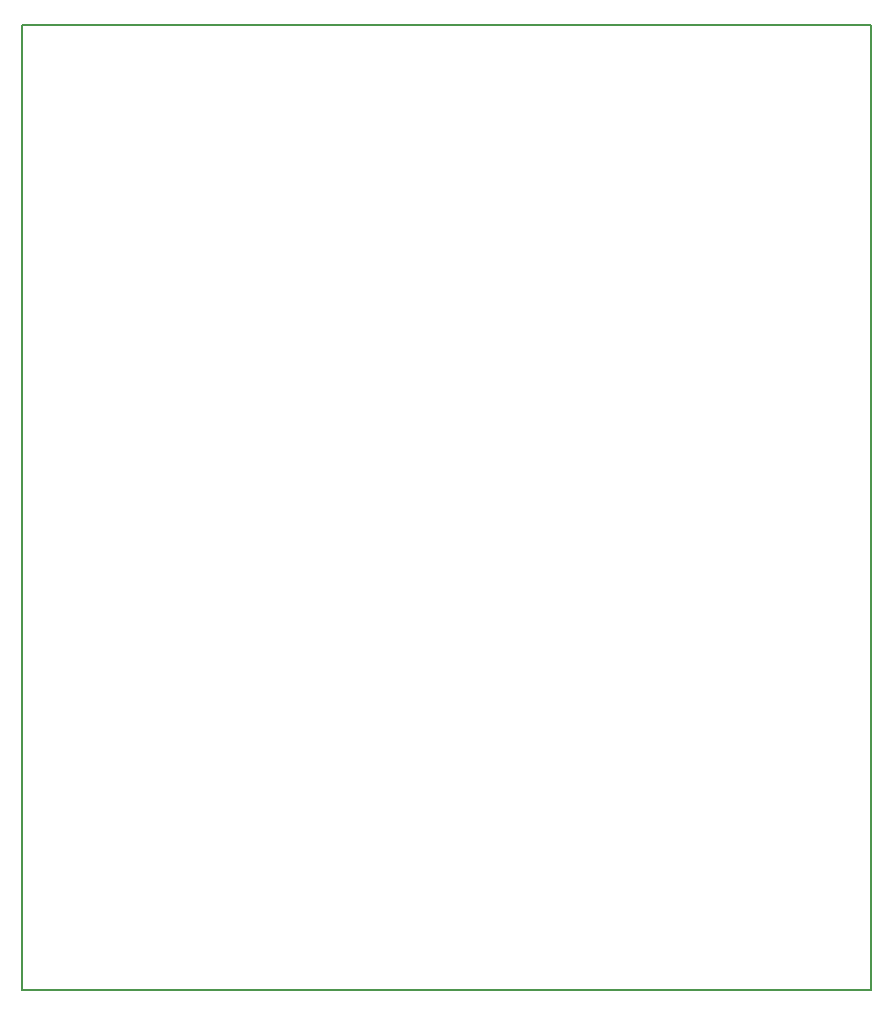
<source format=gbr>
G04 (created by PCBNEW-RS274X (2011-03-30 BZR 2932)-stable) date 25/05/2011 08:23:30*
G01*
G70*
G90*
%MOIN*%
G04 Gerber Fmt 3.4, Leading zero omitted, Abs format*
%FSLAX34Y34*%
G04 APERTURE LIST*
%ADD10C,0.006000*%
%ADD11C,0.007900*%
G04 APERTURE END LIST*
G54D10*
G54D11*
X60480Y-75320D02*
X60480Y-43180D01*
X88750Y-75320D02*
X60480Y-75320D01*
X88750Y-43180D02*
X88750Y-75320D01*
X60480Y-43180D02*
X88750Y-43180D01*
M02*

</source>
